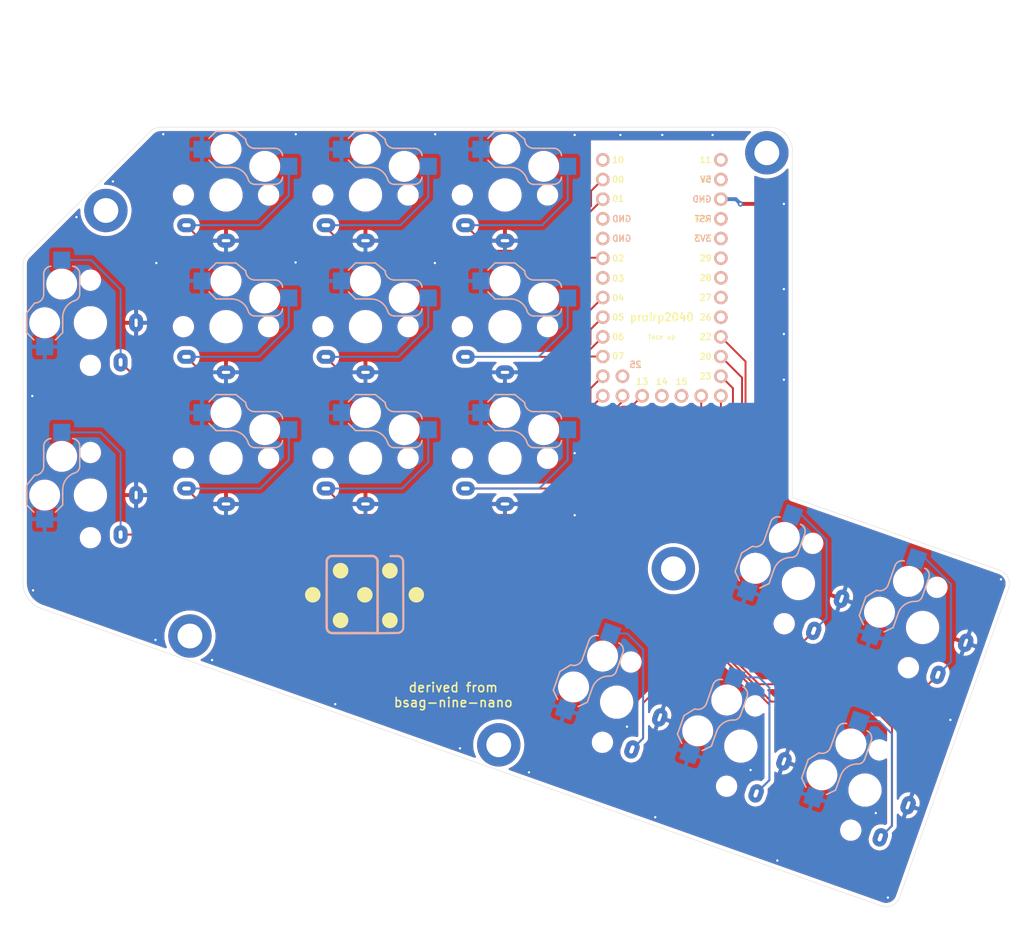
<source format=kicad_pcb>
(kicad_pcb (version 20211014) (generator pcbnew)
  (title_block (title "5o20 Nice RP2040") (date "2022-11-12") (rev "v1.17.0"))
  (layers (0 "F.Cu" signal) (31 "B.Cu" signal) (34 "B.Paste" user) (35 "F.Paste" user) (36 "B.SilkS" user "B.Silkscreen") (37 "F.SilkS" user "F.Silkscreen") (38 "B.Mask" user) (39 "F.Mask" user) (44 "Edge.Cuts" user))
  (net 0 "")
  (net 1 "GND")
  (net 2 "D14")
  (net 3 "D5")
  (net 4 "D6")
  (net 5 "D15")
  (net 6 "D21")
  (net 7 "D20")
  (net 8 "D19")
  (net 9 "D8")
  (net 10 "D7")
  (net 13 "D4")
  (net 14 "D9")
  (net 15 "D10")
  (net 16 "D11")
  (net 17 "D16")
  (net 18 "D17")
  (net 19 "D18")
  (footprint "MountingHole:MountingHole_3.2mm_M3_DIN965_Pad" (layer "F.Cu") (at 89.367065 61.948849)
    (fp_text reference "REF**" hide)
    (fp_text value "MountingHole_3.2mm_M3_DIN965_Pad" hide)
  )
  (footprint "MountingHole:MountingHole_3.2mm_M3_DIN965_Pad" (layer "F.Cu") (at 140.067063 130.94885)
    (fp_text reference "REF**" hide)
    (fp_text value "MountingHole_3.2mm_M3_DIN965_Pad" hide)
  )
  (footprint "Matt1Library:Kailh_PG1350_bw_1u_both" (layer "F.Cu") (at 104.867062 59.948851 180)
    (fp_text reference "SW2")
    (fp_text value "SW_Push" hide)
  )
  (footprint "Matt1Library:Kailh_PG1350_bw_1u_both" (layer "F.Cu") (at 140.867063 59.948849 180)
    (fp_text reference "SW4")
    (fp_text value "SW_Push" hide)
  )
  (footprint "Matt1Library:Kailh_PG1350_bw_1.5u_both" (layer "F.Cu") (at 87.367063 98.698849 -90)
    (fp_text reference "SW8")
    (fp_text value "SW_Push" hide)
  )
  (footprint "Matt1Library:Kailh_PG1350_bw_1.5u_both" (layer "F.Cu") (at 171.309966 131.112964 -109.5)
    (fp_text reference "SW13")
    (fp_text value "SW_Push" hide)
  )
  (footprint "MountingHole:MountingHole_3.2mm_M3_DIN965_Pad" (layer "F.Cu") (at 162.605194 108.206177)
    (fp_text reference "REF**" hide)
    (fp_text value "MountingHole_3.2mm_M3_DIN965_Pad" hide)
  )
  (footprint "Matt1Library:Kailh_PG1350_bw_1u_both" (layer "F.Cu") (at 104.867062 93.948849 180)
    (fp_text reference "SW9")
    (fp_text value "SW_Push" hide)
  )
  (footprint "Matt1Library:Kailh_PG1350_bw_1u_both" (layer "F.Cu") (at 122.867064 76.948848 180)
    (fp_text reference "SW6")
    (fp_text value "SW_Push" hide)
  )
  (footprint "MountingHole:MountingHole_3.2mm_M3_DIN965_Pad" (layer "F.Cu") (at 100.217063 116.898849)
    (fp_text reference "REF**" hide)
    (fp_text value "MountingHole_3.2mm_M3_DIN965_Pad" hide)
  )
  (footprint "Matt1Library:Kailh_PG1350_bw_1u_both" (layer "F.Cu") (at 87.367063 76.448848 -90)
    (fp_text reference "SW1")
    (fp_text value "SW_Push" hide)
  )
  (footprint "MountingHole:MountingHole_3.2mm_M3_DIN965_Pad" (layer "F.Cu") (at 174.667063 54.498849)
    (fp_text reference "REF**" hide)
    (fp_text value "MountingHole_3.2mm_M3_DIN965_Pad" hide)
  )
  (footprint "Matt1Library:Kailh_PG1350_bw_1u_both" (layer "F.Cu") (at 140.867062 76.948848 180)
    (fp_text reference "SW7")
    (fp_text value "SW_Push" hide)
  )
  (footprint "footprints:nine-silk" (layer "F.Cu") (at 130.400109 111.710725)
    (fp_text reference "G***" hide)
    (fp_text value "LOGO" hide)
  )
  (footprint "Matt1Library:Kailh_PG1350_bw_1u_both" (layer "F.Cu") (at 140.867062 93.948849 180)
    (fp_text reference "SW11")
    (fp_text value "SW_Push" hide)
  )
  (footprint "Matt1Library:Kailh_PG1350_bw_1.5u_both" (layer "F.Cu") (at 187.334872 136.787681 -109.5)
    (fp_text reference "SW13")
    (fp_text value "SW_Push" hide)
  )
  (footprint "Matt1Library:Kailh_PG1350_bw_1u_both" (layer "F.Cu") (at 194.769249 115.793649 -109.5)
    (fp_text reference "SW15")
    (fp_text value "SW_Push" hide)
  )
  (footprint "Matt1Library:rp2040_pro_micro_2x13" (layer "F.Cu") (at 161.117062 70.648849)
    (fp_text reference "U1" hide)
    (fp_text value "nice_nano" hide)
  )
  (footprint "Matt1Library:Kailh_PG1350_bw_1u_both" (layer "F.Cu") (at 122.867061 93.948849 180)
    (fp_text reference "SW10")
    (fp_text value "SW_Push" hide)
  )
  (footprint "Matt1Library:Kailh_PG1350_bw_1u_both" (layer "F.Cu") (at 178.744343 110.118932 -109.5)
    (fp_text reference "SW15")
    (fp_text value "SW_Push" hide)
  )
  (footprint "Matt1Library:Kailh_PG1350_bw_1u_both" (layer "F.Cu") (at 122.867062 59.948849 180)
    (fp_text reference "SW3")
    (fp_text value "SW_Push" hide)
  )
  (footprint "Matt1Library:Kailh_PG1350_bw_1.5u_both" (layer "F.Cu") (at 155.285063 125.43825 -109.5)
    (fp_text reference "SW12")
    (fp_text value "SW_Push" hide)
  )
  (footprint "Matt1Library:Kailh_PG1350_bw_1u_both" (layer "F.Cu") (at 104.867064 76.948851 180)
    (fp_text reference "SW5")
    (fp_text value "SW_Push" hide)
  )
  (gr_line locked (start 79.117062 67.748849) (end 95.017062 51.848849) (layer "Edge.Cuts") (width 0.05))
  (gr_line locked (start 78.667063 109.773849) (end 78.667062 68.998849) (layer "Edge.Cuts") (width 0.05))
  (gr_line locked (start 96.467064 51.19885) (end 174.767062 51.198848) (layer "Edge.Cuts") (width 0.05))
  (gr_arc locked (start 191.766969 150.723565) (mid 190.735295 151.733515) (end 189.291968 151.698565) (layer "Edge.Cuts") (width 0.05))
  (gr_line locked (start 189.291968 151.698565) (end 81.217061 113.39885) (layer "Edge.Cuts") (width 0.05))
  (gr_arc locked (start 78.667062 68.998849) (mid 78.76606 68.328491) (end 79.117062 67.748849) (layer "Edge.Cuts") (width 0.05))
  (gr_arc locked (start 81.217061 113.39885) (mid 79.313152 112.028743) (end 78.667063 109.773849) (layer "Edge.Cuts") (width 0.05))
  (gr_line locked (start 177.967064 54.39885) (end 177.967063 99.003984) (layer "Edge.Cuts") (width 0.05))
  (gr_line (start 177.967063 99.003984) (end 204.75031 108.418321) (layer "Edge.Cuts") (width 0.05))
  (gr_line (start 205.815324 110.911649) (end 191.766969 150.723565) (layer "Edge.Cuts") (width 0.05))
  (gr_arc locked (start 174.767062 51.198848) (mid 177.080534 52.085365) (end 177.967064 54.39885) (layer "Edge.Cuts") (width 0.05))
  (gr_arc locked (start 204.75031 108.418321) (mid 205.830217 109.43117) (end 205.815324 110.911649) (layer "Edge.Cuts") (width 0.05))
  (gr_arc locked (start 95.017062 51.848849) (mid 95.670457 51.364127) (end 96.467064 51.19885) (layer "Edge.Cuts") (width 0.05))
  (gr_text "derived from\nbsag-nine-nano" (at 134.20011 124.510725) (layer "F.SilkS") (effects (font (size 1.2 1.2) (thickness 0.2))))
  (segment (start 171.267064 61.098849) (end 176.867063 61.098849) (width 0.5) (layer "F.Cu") (net 1))
  (via locked (at 131.867062 52.09885) (size 0.7) (drill 0.3) (layers "F.Cu" "B.Cu") (net 1))
  (via locked (at 176.867063 77.898849) (size 0.7) (drill 0.3) (layers "F.Cu" "B.Cu") (net 1))
  (via locked (at 118.967062 125.698849) (size 0.7) (drill 0.3) (layers "F.Cu" "B.Cu") (net 1))
  (via locked (at 167.667063 52.198849) (size 0.7) (drill 0.3) (layers "F.Cu" "B.Cu") (net 1))
  (via (at 149.867062 93.285725) (size 0.7) (drill 0.3) (layers "F.Cu" "B.Cu") (net 1))
  (via locked (at 176.867062 72.09885) (size 0.7) (drill 0.3) (layers "F.Cu" "B.Cu") (net 1))
  (via locked (at 155.767063 52.198848) (size 0.7) (drill 0.3) (layers "F.Cu" "B.Cu") (net 1))
  (via locked (at 135.067063 131.398851) (size 0.7) (drill 0.3) (layers "F.Cu" "B.Cu") (net 1))
  (via locked (at 90.267062 58.198848) (size 0.7) (drill 0.3) (layers "F.Cu" "B.Cu") (net 1))
  (via locked (at 95.767064 117.398849) (size 0.7) (drill 0.3) (layers "F.Cu" "B.Cu") (net 1))
  (via locked (at 171.267064 61.098849) (size 0.7) (drill 0.3) (layers "F.Cu" "B.Cu") (net 1))
  (via locked (at 79.967061 110.998851) (size 0.7) (drill 0.3) (layers "F.Cu" "B.Cu") (net 1))
  (via locked (at 143.967063 134.498849) (size 0.7) (drill 0.3) (layers "F.Cu" "B.Cu") (net 1))
  (via locked (at 204.880194 109.581176) (size 0.7) (drill 0.3) (layers "F.Cu" "B.Cu") (net 1))
  (via locked (at 160.267063 140.298849) (size 0.7) (drill 0.3) (layers "F.Cu" "B.Cu") (net 1))
  (via (at 131.825109 68.735726) (size 0.7) (drill 0.3) (layers "F.Cu" "B.Cu") (net 1))
  (via locked (at 176.867063 61.098849) (size 0.7) (drill 0.3) (layers "F.Cu" "B.Cu") (net 1))
  (via locked (at 190.291969 150.673566) (size 0.7) (drill 0.3) (layers "F.Cu" "B.Cu") (net 1))
  (via (at 176.020049 145.887014) (size 0.7) (drill 0.3) (layers "F.Cu" "B.Cu") (net 1))
  (via (at 113.850109 68.660726) (size 0.7) (drill 0.3) (layers "F.Cu" "B.Cu") (net 1))
  (via locked (at 156.617063 128.598851) (size 0.7) (drill 0.3) (layers "F.Cu" "B.Cu") (net 1))
  (via locked (at 172.567063 134.198851) (size 0.7) (drill 0.3) (layers "F.Cu" "B.Cu") (net 1))
  (via locked (at 176.867061 83.798849) (size 0.7) (drill 0.3) (layers "F.Cu" "B.Cu") (net 1))
  (via locked (at 113.867062 52.098849) (size 0.7) (drill 0.3) (layers "F.Cu" "B.Cu") (net 1))
  (via locked (at 161.167064 52.19885) (size 0.7) (drill 0.3) (layers "F.Cu" "B.Cu") (net 1))
  (via locked (at 149.867064 52.198849) (size 0.7) (drill 0.3) (layers "F.Cu" "B.Cu") (net 1))
  (via locked (at 103.067063 119.998849) (size 0.7) (drill 0.3) (layers "F.Cu" "B.Cu") (net 1))
  (via locked (at 85.567063 62.798848) (size 0.7) (drill 0.3) (layers "F.Cu" "B.Cu") (net 1))
  (via locked (at 149.867062 101.298849) (size 0.7) (drill 0.3) (layers "F.Cu" "B.Cu") (net 1))
  (via (at 188.725109 139.760725) (size 0.7) (drill 0.3) (layers "F.Cu" "B.Cu") (net 1))
  (via locked (at 79.867063 85.898849) (size 0.7) (drill 0.3) (layers "F.Cu" "B.Cu") (net 1))
  (via (at 95.875109 68.735725) (size 0.7) (drill 0.3) (layers "F.Cu" "B.Cu") (net 1))
  (via (at 198.355194 127.731176) (size 0.7) (drill 0.3) (layers "F.Cu" "B.Cu") (net 1))
  (via locked (at 96.767064 52.098849) (size 0.7) (drill 0.3) (layers "F.Cu" "B.Cu") (net 1))
  (segment locked (start 168.737064 60.482849) (end 170.651064 60.482848) (width 0.5) (layer "B.Cu") (net 1))
  (segment locked (start 170.651064 60.482848) (end 171.267064 61.098849) (width 0.5) (layer "B.Cu") (net 1))
  (segment (start 175 135.506135) (end 175 125.75) (width 0.25) (layer "F.Cu") (net 2))
  (segment (start 168.737062 88.462377) (end 167.985763 89.213675) (width 0.25) (layer "F.Cu") (net 2))
  (segment (start 168.737061 85.888849) (end 168.737062 88.462377) (width 0.25) (layer "F.Cu") (net 2))
  (segment (start 167.985763 118.735763) (end 175 125.75) (width 0.25) (layer "F.Cu") (net 2))
  (segment (start 167.985763 89.213675) (end 167.985763 118.735763) (width 0.25) (layer "F.Cu") (net 2))
  (segment (start 173.283853 137.222282) (end 175 135.506135) (width 0.25) (layer "F.Cu") (net 2))
  (segment (start 175 135.506135) (end 173.283853 137.222282) (width 0.25) (layer "B.Cu") (net 2))
  (segment (start 173.667483 122.242483) (end 175 123.575) (width 0.25) (layer "B.Cu") (net 2))
  (segment (start 170.526028 122.242483) (end 173.667483 122.242483) (width 0.25) (layer "B.Cu") (net 2))
  (segment (start 175 123.575) (end 175 135.506135) (width 0.25) (layer "B.Cu") (net 2))
  (segment (start 151.900109 77.319802) (end 153.497062 75.722849) (width 0.25) (layer "F.Cu") (net 3))
  (segment (start 117.767064 80.917064) (end 121.185725 84.335725) (width 0.25) (layer "F.Cu") (net 3))
  (segment (start 142.25011 84.310725) (end 146.81279 84.310725) (width 0.25) (layer "F.Cu") (net 3))
  (segment (start 142.22511 84.335725) (end 142.25011 84.310725) (width 0.25) (layer "F.Cu") (net 3))
  (segment (start 117.767064 80.848848) (end 117.767064 80.917064) (width 0.25) (layer "F.Cu") (net 3))
  (segment (start 151.900109 79.223406) (end 151.900109 77.319802) (width 0.25) (layer "F.Cu") (net 3))
  (segment (start 146.81279 84.310725) (end 151.900109 79.223406) (width 0.25) (layer "F.Cu") (net 3))
  (segment (start 121.185725 84.335725) (end 142.22511 84.335725) (width 0.25) (layer "F.Cu") (net 3))
  (segment (start 127.126152 80.848848) (end 117.767064 80.848848) (width 0.25) (layer "B.Cu") (net 3))
  (segment (start 130.967064 77.007936) (end 127.126152 80.848848) (width 0.25) (layer "B.Cu") (net 3))
  (segment (start 130.967064 73.248848) (end 130.967064 77.007936) (width 0.25) (layer "B.Cu") (net 3))
  (segment (start 99.767064 80.867064) (end 103.685726 84.785726) (width 0.25) (layer "F.Cu") (net 4))
  (segment (start 146.974186 84.785726) (end 153.497063 78.262849) (width 0.25) (layer "F.Cu") (net 4))
  (segment (start 103.685726 84.785726) (end 146.974186 84.785726) (width 0.25) (layer "F.Cu") (net 4))
  (segment (start 99.767064 80.848851) (end 99.767064 80.867064) (width 0.25) (layer "F.Cu") (net 4))
  (segment (start 109.126149 80.848851) (end 99.767064 80.848851) (width 0.25) (layer "B.Cu") (net 4))
  (segment (start 112.967064 73.248851) (end 112.967064 77.007936) (width 0.25) (layer "B.Cu") (net 4))
  (segment (start 112.967064 77.007936) (end 109.126149 80.848851) (width 0.25) (layer "B.Cu") (net 4))
  (segment (start 158.7 125.55) (end 158.7 130.106518) (width 0.25) (layer "F.Cu") (net 5))
  (segment (start 166.197061 87.823043) (end 167.535763 89.161745) (width 0.25) (layer "F.Cu") (net 5))
  (segment (start 167.535763 116.714237) (end 158.7 125.55) (width 0.25) (layer "F.Cu") (net 5))
  (segment (start 167.535763 89.161745) (end 167.535763 116.714237) (width 0.25) (layer "F.Cu") (net 5))
  (segment (start 166.197062 85.888849) (end 166.197061 87.823043) (width 0.25) (layer "F.Cu") (net 5))
  (segment (start 158.7 130.106518) (end 157.25895 131.547568) (width 0.25) (layer "F.Cu") (net 5))
  (segment (start 158.7 130.106518) (end 157.25895 131.547568) (width 0.25) (layer "B.Cu") (net 5))
  (segment (start 158.7 118.625) (end 158.7 130.106518) (width 0.25) (layer "B.Cu") (net 5))
  (segment (start 156.642769 116.567769) (end 158.7 118.625) (width 0.25) (layer "B.Cu") (net 5))
  (segment (start 154.501125 116.567769) (end 156.642769 116.567769) (width 0.25) (layer "B.Cu") (net 5))
  (segment (start 151.980195 61.36932) (end 151.980195 59.431177) (width 0.25) (layer "F.Cu") (net 6))
  (segment (start 139.067063 67.148849) (end 146.200666 67.148849) (width 0.25) (layer "F.Cu") (net 6))
  (segment (start 135.767063 63.848849) (end 139.067063 67.148849) (width 0.25) (layer "F.Cu") (net 6))
  (segment (start 153.462522 57.948849) (end 153.497061 57.948849) (width 0.25) (layer "F.Cu") (net 6))
  (segment (start 151.980195 59.431177) (end 153.462522 57.948849) (width 0.25) (layer "F.Cu") (net 6))
  (segment (start 146.200666 67.148849) (end 151.980195 61.36932) (width 0.25) (layer "F.Cu") (net 6))
  (segment (start 148.967063 60.557937) (end 145.676151 63.848849) (width 0.25) (layer "B.Cu") (net 6))
  (segment (start 148.967063 56.248849) (end 148.967063 60.557937) (width 0.25) (layer "B.Cu") (net 6))
  (segment (start 145.676151 63.848849) (end 135.767063 63.848849) (width 0.25) (layer "B.Cu") (net 6))
  (segment (start 131.717065 67.598849) (end 146.387062 67.598849) (width 0.25) (layer "F.Cu") (net 7))
  (segment (start 146.387062 67.598849) (end 153.497061 60.48885) (width 0.25) (layer "F.Cu") (net 7))
  (segment (start 117.767062 64.148849) (end 121.217062 67.598849) (width 0.25) (layer "F.Cu") (net 7))
  (segment (start 121.217062 67.598849) (end 133.398849 67.598849) (width 0.25) (layer "F.Cu") (net 7))
  (segment (start 117.767062 63.848849) (end 117.767062 64.148849) (width 0.25) (layer "F.Cu") (net 7))
  (segment (start 130.967062 60.257938) (end 127.376151 63.848849) (width 0.25) (layer "B.Cu") (net 7))
  (segment (start 127.376151 63.848849) (end 117.767062 63.848849) (width 0.25) (layer "B.Cu") (net 7))
  (segment (start 130.967062 56.248849) (end 130.967062 60.257938) (width 0.25) (layer "B.Cu") (net 7))
  (segment (start 114.498849 68.048849) (end 114.192827 68.048849) (width 0.25) (layer "F.Cu") (net 8))
  (segment (start 99.767062 63.892062) (end 99.767062 63.848851) (width 0.25) (layer "F.Cu") (net 8))
  (segment (start 114.192827 68.048849) (end 114.129704 67.985726) (width 0.25) (layer "F.Cu") (net 8))
  (segment (start 103.860726 67.985726) (end 99.767062 63.892062) (width 0.25) (layer "F.Cu") (net 8))
  (segment (start 153.437061 68.048849) (end 153.497061 68.108849) (width 0.25) (layer "F.Cu") (net 8))
  (segment (start 114.167064 68.048849) (end 114.498849 68.048849) (width 0.25) (layer "F.Cu") (net 8))
  (segment (start 114.129704 67.985726) (end 103.860726 67.985726) (width 0.25) (layer "F.Cu") (net 8))
  (segment (start 114.498849 68.048849) (end 153.437061 68.048849) (width 0.25) (layer "F.Cu") (net 8))
  (segment (start 112.967062 60.032938) (end 109.151149 63.848851) (width 0.25) (layer "B.Cu") (net 8))
  (segment (start 109.151149 63.848851) (end 99.767062 63.848851) (width 0.25) (layer "B.Cu") (net 8))
  (segment (start 112.967062 56.248851) (end 112.967062 60.032938) (width 0.25) (layer "B.Cu") (net 8))
  (segment (start 151.900109 84.939802) (end 153.497062 83.342849) (width 0.25) (layer "F.Cu") (net 9))
  (segment (start 135.767062 97.848849) (end 150.302797 97.848849) (width 0.25) (layer "F.Cu") (net 9))
  (segment (start 150.402798 97.748849) (end 151.638323 96.513323) (width 0.25) (layer "F.Cu") (net 9))
  (segment (start 151.900109 96.251537) (end 151.900109 84.939802) (width 0.25) (layer "F.Cu") (net 9))
  (segment (start 150.302797 97.848849) (end 151.638323 96.513323) (width 0.25) (layer "F.Cu") (net 9))
  (segment (start 151.638323 96.513323) (end 151.900109 96.251537) (width 0.25) (layer "F.Cu") (net 9))
  (segment (start 148.967062 90.248849) (end 148.967062 94.182938) (width 0.25) (layer "B.Cu") (net 9))
  (segment (start 145.301151 97.848849) (end 135.767062 97.848849) (width 0.25) (layer "B.Cu") (net 9))
  (segment (start 148.967062 94.182938) (end 145.301151 97.848849) (width 0.25) (layer "B.Cu") (net 9))
  (segment (start 151.593458 80.802849) (end 153.497062 80.802849) (width 0.25) (layer "F.Cu") (net 10))
  (segment (start 147.160583 85.235725) (end 151.593458 80.802849) (width 0.25) (layer "F.Cu") (net 10))
  (segment (start 94.95394 85.235725) (end 147.160583 85.235725) (width 0.25) (layer "F.Cu") (net 10))
  (segment (start 91.167063 81.448848) (end 94.95394 85.235725) (width 0.25) (layer "F.Cu") (net 10))
  (segment (start 87.448848 68.348848) (end 91.267063 72.167063) (width 0.25) (layer "B.Cu") (net 10))
  (segment (start 83.667063 68.348848) (end 87.448848 68.348848) (width 0.25) (layer "B.Cu") (net 10))
  (segment (start 91.267063 72.167063) (end 91.267063 81.548848) (width 0.25) (layer "B.Cu") (net 10))
  (segment (start 149.738271 80.748848) (end 151.450109 79.037012) (width 0.25) (layer "F.Cu") (net 13))
  (segment (start 135.767062 80.848848) (end 149.638271 80.848848) (width 0.25) (layer "F.Cu") (net 13))
  (segment (start 151.450109 79.037012) (end 151.450109 75.229802) (width 0.25) (layer "F.Cu") (net 13))
  (segment (start 151.450109 75.229802) (end 153.497062 73.18285) (width 0.25) (layer "F.Cu") (net 13))
  (segment (start 148.967062 77.107938) (end 145.226152 80.848848) (width 0.25) (layer "B.Cu") (net 13))
  (segment (start 145.226152 80.848848) (end 135.767062 80.848848) (width 0.25) (layer "B.Cu") (net 13))
  (segment (start 148.967062 73.248848) (end 148.967062 77.107938) (width 0.25) (layer "B.Cu") (net 13))
  (segment (start 117.767061 97.848849) (end 121.192061 101.273849) (width 0.25) (layer "F.Cu") (net 14))
  (segment (start 152.350109 87.029802) (end 153.497062 85.882849) (width 0.25) (layer "F.Cu") (net 14))
  (segment (start 147.514193 101.273849) (end 152.350109 96.437933) (width 0.25) (layer "F.Cu") (net 14))
  (segment (start 144.582461 101.273849) (end 147.514193 101.273849) (width 0.25) (layer "F.Cu") (net 14))
  (segment (start 131.698849 101.273849) (end 144.582461 101.273849) (width 0.25) (layer "F.Cu") (net 14))
  (segment (start 121.192061 101.273849) (end 131.698849 101.273849) (width 0.25) (layer "F.Cu") (net 14))
  (segment (start 152.350109 96.437933) (end 152.350109 87.029802) (width 0.25) (layer "F.Cu") (net 14))
  (segment (start 130.967061 90.248849) (end 130.967061 94.482939) (width 0.25) (layer "B.Cu") (net 14))
  (segment (start 130.967061 94.482939) (end 127.601151 97.848849) (width 0.25) (layer "B.Cu") (net 14))
  (segment (start 127.601151 97.848849) (end 117.767061 97.848849) (width 0.25) (layer "B.Cu") (net 14))
  (segment (start 99.767062 97.848849) (end 99.767062 97.892062) (width 0.25) (layer "F.Cu") (net 15))
  (segment (start 156.037062 86.612377) (end 156.037061 85.888849) (width 0.25) (layer "F.Cu") (net 15))
  (segment (start 152.800109 96.624329) (end 152.800109 89.849329) (width 0.25) (layer "F.Cu") (net 15))
  (segment (start 147.700589 101.723849) (end 152.800109 96.624329) (width 0.25) (layer "F.Cu") (net 15))
  (segment (start 114.051151 101.723849) (end 147.700589 101.723849) (width 0.25) (layer "F.Cu") (net 15))
  (segment (start 103.598849 101.723849) (end 114.051151 101.723849) (width 0.25) (layer "F.Cu") (net 15))
  (segment (start 152.800109 89.849329) (end 156.037062 86.612377) (width 0.25) (layer "F.Cu") (net 15))
  (segment (start 99.767062 97.892062) (end 103.598849 101.723849) (width 0.25) (layer "F.Cu") (net 15))
  (segment (start 112.975 93.124556) (end 112.975 94.15) (width 0.25) (layer "B.Cu") (net 15))
  (segment (start 112.975 94.15) (end 109.276151 97.848849) (width 0.25) (layer "B.Cu") (net 15))
  (segment (start 112.967062 90.248849) (end 112.967062 93.116618) (width 0.25) (layer "B.Cu") (net 15))
  (segment (start 109.276151 97.848849) (end 99.767062 97.848849) (width 0.25) (layer "B.Cu") (net 15))
  (segment (start 112.967062 93.116618) (end 112.975 93.124556) (width 0.25) (layer "B.Cu") (net 15))
  (segment (start 147.886985 102.173849) (end 153.250109 96.810725) (width 0.25) (layer "F.Cu") (net 16))
  (segment (start 153.25011 90.035725) (end 156.004658 87.281176) (width 0.25) (layer "F.Cu") (net 16))
  (segment (start 157.184734 87.281176) (end 158.577061 85.88885) (width 0.25) (layer "F.Cu") (net 16))
  (segment (start 156.004658 87.281176) (end 157.184734 87.281176) (width 0.25) (layer "F.Cu") (net 16))
  (segment (start 94.90115 102.17385) (end 147.886985 102.173849) (width 0.25) (layer "F.Cu") (net 16))
  (segment (start 153.250109 96.810725) (end 153.25011 90.035725) (width 0.25) (layer "F.Cu") (net 16))
  (segment (start 91.267063 103.798849) (end 93.276151 103.798849) (width 0.25) (layer "F.Cu") (net 16))
  (segment (start 93.276151 103.798849) (end 94.90115 102.17385) (width 0.25) (layer "F.Cu") (net 16))
  (segment (start 88.673849 90.598849) (end 91.267063 93.192063) (width 0.25) (layer "B.Cu") (net 16))
  (segment (start 91.267063 93.192063) (end 91.267063 103.798849) (width 0.25) (layer "B.Cu") (net 16))
  (segment (start 83.667063 90.598849) (end 88.673849 90.598849) (width 0.25) (layer "B.Cu") (net 16))
  (segment (start 189.308759 142.896999) (end 190.825 141.380758) (width 0.25) (layer "F.Cu") (net 17))
  (segment (start 190.825 141.380758) (end 190.825 128.660616) (width 0.25) (layer "F.Cu") (net 17))
  (segment (start 187.525109 125.360726) (end 175.247122 125.360726) (width 0.25) (layer "F.Cu") (net 17))
  (segment (start 170.292426 84.904215) (end 168.737062 83.348849) (width 0.25) (layer "F.Cu") (net 17))
  (segment (start 168.435763 118.549367) (end 168.435763 89.400071) (width 0.25) (layer "F.Cu") (net 17))
  (segment (start 190.825 128.660616) (end 190.432192 128.267808) (width 0.25) (layer "F.Cu") (net 17))
  (segment (start 170.292426 87.543408) (end 170.292426 84.904215) (width 0.25) (layer "F.Cu") (net 17))
  (segment (start 190.432192 128.267808) (end 187.525109 125.360726) (width 0.25) (layer "F.Cu") (net 17))
  (segment (start 168.435763 89.400071) (end 170.292426 87.543408) (width 0.25) (layer "F.Cu") (net 17))
  (segment (start 175.247122 125.360726) (end 168.435763 118.549367) (width 0.25) (layer "F.Cu") (net 17))
  (segment (start 189.1922 127.9172) (end 190.8 129.525) (width 0.25) (layer "B.Cu") (net 17))
  (segment (start 190.8 129.525) (end 190.8 141.405758) (width 0.25) (layer "B.Cu") (net 17))
  (segment (start 186.550934 127.9172) (end 189.1922 127.9172) (width 0.25) (layer "B.Cu") (net 17))
  (segment (start 190.8 141.405758) (end 189.308759 142.896999) (width 0.25) (layer "B.Cu") (net 17))
  (segment (start 195.521103 123.125) (end 173.647792 123.125) (width 0.25) (layer "F.Cu") (net 18))
  (segment (start 171.467063 87.005167) (end 171.467063 83.538851) (width 0.25) (layer "F.Cu") (net 18))
  (segment (start 173.647792 123.125) (end 168.885763 118.362971) (width 0.25) (layer "F.Cu") (net 18))
  (segment (start 196.743136 121.902967) (end 195.521103 123.125) (width 0.25) (layer "F.Cu") (net 18))
  (segment (start 168.885763 118.362971) (end 168.885763 89.586467) (width 0.25) (layer "F.Cu") (net 18))
  (segment (start 168.885763 89.586467) (end 171.467063 87.005167) (width 0.25) (layer "F.Cu") (net 18))
  (segment (start 171.467063 83.538851) (end 168.737062 80.808849) (width 0.25) (layer "F.Cu") (net 18))
  (segment (start 195.152244 106.923168) (end 198.425 110.195924) (width 0.25) (layer "B.Cu") (net 18))
  (segment (start 196.747033 121.902967) (end 196.743136 121.902967) (width 0.25) (layer "B.Cu") (net 18))
  (segment (start 198.425 110.195924) (end 198.425 120.225) (width 0.25) (layer "B.Cu") (net 18))
  (segment (start 198.425 120.225) (end 196.747033 121.902967) (width 0.25) (layer "B.Cu") (net 18))
  (segment (start 193.985311 106.923168) (end 195.152244 106.923168) (width 0.25) (layer "B.Cu") (net 18))
  (segment (start 179.475 117.525) (end 173.775 117.525) (width 0.25) (layer "F.Cu") (net 19))
  (segment (start 173.775 117.525) (end 169.335763 113.085763) (width 0.25) (layer "F.Cu") (net 19))
  (segment (start 171.917063 87.191563) (end 171.917063 81.44885) (width 0.25) (layer "F.Cu") (net 19))
  (segment (start 169.335763 89.772863) (end 171.917063 87.191563) (width 0.25) (layer "F.Cu") (net 19))
  (segment (start 180.71823 116.22825) (end 180.71823 116.28177) (width 0.25) (layer "F.Cu") (net 19))
  (segment (start 180.71823 116.28177) (end 179.475 117.525) (width 0.25) (layer "F.Cu") (net 19))
  (segment (start 169.335763 113.085763) (end 169.335763 89.772863) (width 0.25) (layer "F.Cu") (net 19))
  (segment (start 171.917063 81.44885) (end 168.737062 78.268849) (width 0.25) (layer "F.Cu") (net 19))
  (segment (start 177.960405 101.248451) (end 179.127338 101.248451) (width 0.25) (layer "B.Cu") (net 19))
  (segment (start 182.375 114.57148) (end 180.71823 116.22825) (width 0.25) (layer "B.Cu") (net 19))
  (segment (start 182.375 104.496113) (end 182.375 114.57148) (width 0.25) (layer "B.Cu") (net 19))
  (segment (start 179.127338 101.248451) (end 182.375 104.496113) (width 0.25) (layer "B.Cu") (net 19))
  (zone (net 1) (net_name "GND") (layers F&B.Cu) (connect_pads (clearance 0.508)) (min_thickness 0.254) (fill yes (thermal_gap 0.508) (thermal_bridge_width 0.508) (smoothing fillet) (radius 3))
    (polygon (pts (xy 187.730195 99.056177) (xy 207.880195 108.806176) (xy 191.975109 154.610725) (xy 75.700109 113.885725) (xy 76.275109 82.785725) (xy 76.375109 62.010725) (xy 87.225109 52.760727) (xy 93.125109 46.510725) (xy 186.975109 48.035725)))
  )
  (zone (net 0) (net_name "") (layers F&B.Cu) (connect_pads (clearance 0)) (min_thickness 0.254)
    (keepout (tracks allowed) (vias allowed) (pads allowed) (copperpour not_allowed) (footprints allowed))
    (fill (thermal_gap 0.508) (thermal_bridge_width 0.508))
    (polygon (pts (xy 173.050109 86.785725) (xy 151.950109 86.785725) (xy 151.95011 52.885726) (xy 173.050109 52.885725)))
  )
)
</source>
